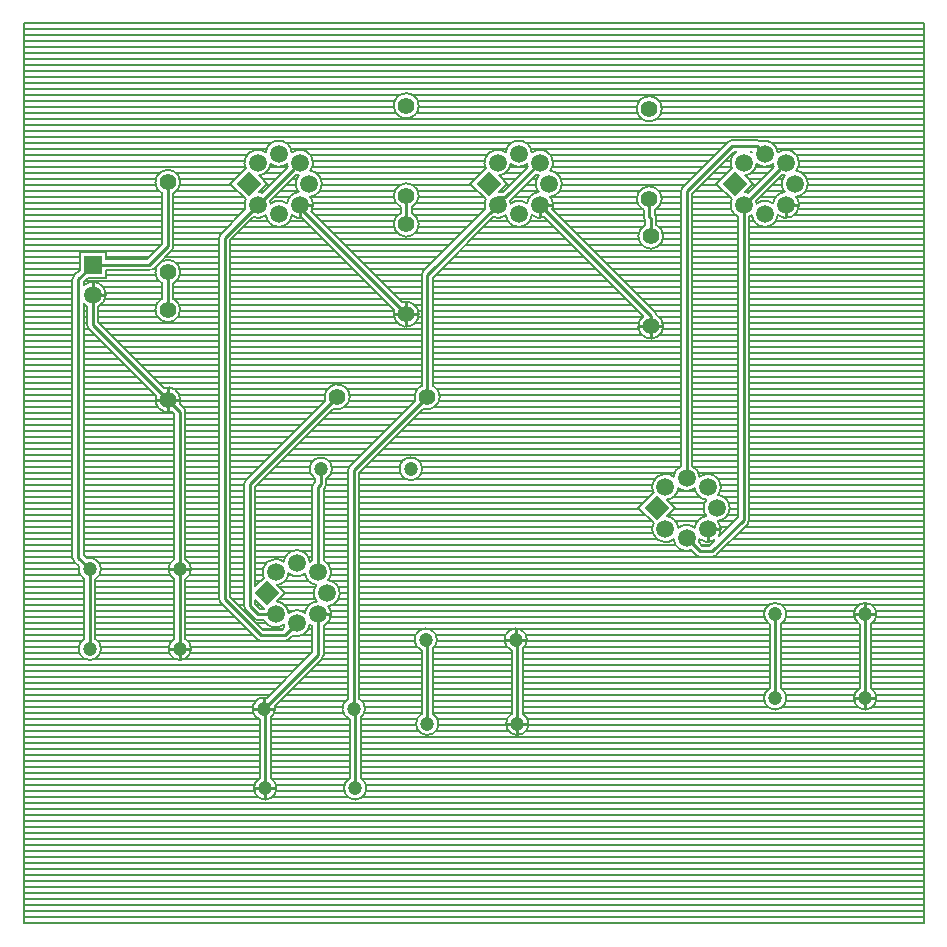
<source format=gtl>
G04*
G04 #@! TF.GenerationSoftware,Altium Limited,Altium Designer,22.1.2 (22)*
G04*
G04 Layer_Physical_Order=1*
G04 Layer_Color=255*
%FSLAX24Y24*%
%MOIN*%
G70*
G04*
G04 #@! TF.SameCoordinates,BC38142E-7A5A-4D3A-873C-174696484D8D*
G04*
G04*
G04 #@! TF.FilePolarity,Positive*
G04*
G01*
G75*
%ADD11C,0.0100*%
%ADD19C,0.0080*%
%ADD20R,0.0591X0.0591*%
%ADD21C,0.0591*%
%ADD22C,0.0472*%
%ADD23P,0.0835X4X90.0*%
%ADD24C,0.0591*%
%ADD25C,0.0551*%
D11*
X25407Y23943D02*
X25802D01*
X25407Y23548D02*
Y23943D01*
X17207D02*
X17602D01*
X17207Y23548D02*
Y23943D01*
X20900Y19900D02*
X21276D01*
X20524D02*
X20900D01*
Y19524D02*
Y19900D01*
X12750Y20300D02*
Y20676D01*
Y19924D02*
Y20300D01*
X12374D02*
X12750D01*
X13126D01*
X28050Y10300D02*
Y10636D01*
X22800Y13136D02*
X23195D01*
X22800Y12741D02*
Y13136D01*
X27714Y10300D02*
X28050D01*
X28386D01*
X28050Y7500D02*
X28386D01*
X27714D02*
X28050D01*
Y7164D02*
Y7500D01*
X16400Y9450D02*
Y9786D01*
Y9450D02*
X16736D01*
X16064D02*
X16400D01*
X16450Y6650D02*
X16786D01*
X16450Y6314D02*
Y6650D01*
X16114D02*
X16450D01*
X9207Y23548D02*
Y23943D01*
X9602D01*
X2300Y20950D02*
Y21345D01*
Y20950D02*
X2695D01*
X4800Y17450D02*
X5176D01*
X4800D02*
Y17826D01*
X4424Y17450D02*
X4800D01*
Y17074D02*
Y17450D01*
X9807Y10293D02*
X10202D01*
X8000Y7150D02*
Y7486D01*
Y7150D02*
X8336D01*
X8050Y4500D02*
X8386D01*
X7714D02*
X8050D01*
Y4164D02*
Y4500D01*
X7664Y7150D02*
X8000D01*
X4864Y11800D02*
X5200D01*
X5536D01*
X5200Y9150D02*
X5536D01*
X4864D02*
X5200D01*
Y8814D02*
Y9150D01*
X9207Y23843D02*
X12750Y20300D01*
X9207Y23843D02*
Y23943D01*
X8050Y4500D02*
Y7100D01*
X8000Y7150D02*
X8050Y7100D01*
X11000Y7150D02*
X11050Y7100D01*
Y4500D02*
Y7100D01*
X13450Y6650D02*
Y9400D01*
X13400Y9450D02*
X13450Y9400D01*
X16400Y9450D02*
X16450Y9400D01*
Y6650D02*
Y9400D01*
X7807Y10293D02*
X8393D01*
X7532Y10568D02*
X7807Y10293D01*
X7532Y10568D02*
Y14632D01*
X6700Y10800D02*
X7900Y9600D01*
X6700Y22850D02*
X7793Y23943D01*
X6700Y10800D02*
Y22850D01*
X7532Y14632D02*
X10450Y17550D01*
X25200Y25150D02*
Y25357D01*
X15793Y24200D02*
X16050D01*
X9000Y25150D02*
Y25357D01*
X2300Y19950D02*
X4800Y17450D01*
X2300Y19950D02*
Y20950D01*
X5200Y11800D02*
Y17050D01*
X4800Y17450D02*
X5200Y17050D01*
X1810Y21460D02*
X2300Y21950D01*
X1810Y12190D02*
Y21460D01*
Y12190D02*
X2200Y11800D01*
X24440Y25910D02*
X24700Y25650D01*
X23600Y25910D02*
X24440D01*
X22093Y24403D02*
X23600Y25910D01*
X22093Y14843D02*
Y24403D01*
X11000Y15100D02*
X13450Y17550D01*
X11000Y7150D02*
Y15100D01*
X8700Y9600D02*
X9100Y10000D01*
X7900Y9600D02*
X8700D01*
X15793Y23943D02*
Y24200D01*
X16050D02*
X17207Y25357D01*
X13450Y21600D02*
X15793Y23943D01*
X13450Y17550D02*
Y21600D01*
X25200Y25357D02*
X25407D01*
X23993Y23943D02*
X25200Y25150D01*
X9000Y25357D02*
X9207D01*
X7793Y23943D02*
X9000Y25150D01*
X20900Y19900D02*
Y20250D01*
X17207Y23943D02*
X20900Y20250D01*
X4800Y22560D02*
Y24700D01*
X4190Y21950D02*
X4800Y22560D01*
X2300Y21950D02*
X4190D01*
X9807Y8957D02*
Y10293D01*
X8000Y7150D02*
X9807Y8957D01*
X9900Y14637D02*
Y15150D01*
X9807Y14544D02*
X9900Y14637D01*
X9807Y11707D02*
Y14544D01*
X23993Y13457D02*
Y23943D01*
X22936Y12400D02*
X23993Y13457D01*
X22536Y12400D02*
X22936D01*
X22093Y12843D02*
X22536Y12400D01*
X28050Y7500D02*
Y10300D01*
X5200Y9150D02*
Y11800D01*
X4800Y20450D02*
Y21700D01*
X12750Y23300D02*
Y24250D01*
X20850Y23550D02*
Y24150D01*
Y23550D02*
X20900Y23500D01*
Y22900D02*
Y23500D01*
X2200Y9150D02*
Y11800D01*
X25050Y7500D02*
Y10300D01*
D19*
X25745Y25083D02*
G03*
X25842Y25357I-338J274D01*
G01*
D02*
G03*
X25133Y25695I-435J0D01*
G01*
X25265Y24946D02*
G03*
X25362Y24924I143J411D01*
G01*
X24556Y26061D02*
G03*
X24440Y26100I-116J-151D01*
G01*
X24556Y26061D02*
G03*
X24440Y26100I-116J-151D01*
G01*
X25133Y25695D02*
G03*
X24556Y26061I-433J-45D01*
G01*
X24267Y25695D02*
G03*
X24233Y25720I-274J-338D01*
G01*
X24974Y25312D02*
G03*
X24996Y25215I433J45D01*
G01*
X24426Y25312D02*
G03*
X24974Y25312I274J338D01*
G01*
X25745Y24217D02*
G03*
X26135Y24650I-45J433D01*
G01*
D02*
G03*
X25745Y25083I-435J0D01*
G01*
X25842Y23943D02*
G03*
X25745Y24217I-435J0D01*
G01*
X25133Y23605D02*
G03*
X25842Y23943I274J338D01*
G01*
X25362Y24924D02*
G03*
X25362Y24376I338J-274D01*
G01*
D02*
G03*
X24974Y23988I45J-433D01*
G01*
X24426Y23988D02*
G03*
X24404Y24085I-433J-45D01*
G01*
X24974Y23988D02*
G03*
X24426Y23988I-274J-338D01*
G01*
X23600Y26100D02*
G03*
X23465Y26044I0J-190D01*
G01*
X24041Y24925D02*
G03*
X24426Y25312I-48J433D01*
G01*
X23753Y25720D02*
G03*
X23601Y25167I240J-363D01*
G01*
X23600Y26100D02*
G03*
X23466Y26044I0J-190D01*
G01*
X24135Y24354D02*
G03*
X24041Y24376I-143J-411D01*
G01*
X23601Y24133D02*
G03*
X23803Y23551I392J-190D01*
G01*
X21959Y24537D02*
G03*
X21903Y24403I134J-134D01*
G01*
X21959Y24538D02*
G03*
X21903Y24403I134J-135D01*
G01*
X24267Y23605D02*
G03*
X25133Y23605I433J45D01*
G01*
X24183Y23551D02*
G03*
X24267Y23605I-190J392D01*
G01*
X21266Y27150D02*
G03*
X21266Y27150I-416J0D01*
G01*
X17935Y24650D02*
G03*
X17545Y25083I-435J0D01*
G01*
D02*
G03*
X17642Y25357I-338J274D01*
G01*
X17545Y24217D02*
G03*
X17935Y24650I-45J433D01*
G01*
X17618Y23800D02*
G03*
X17642Y23943I-411J143D01*
G01*
D02*
G03*
X17545Y24217I-435J0D01*
G01*
X17642Y25357D02*
G03*
X16933Y25695I-435J0D01*
G01*
X17065Y24946D02*
G03*
X17162Y24924I143J411D01*
G01*
D02*
G03*
X17162Y24376I338J-274D01*
G01*
X16774Y25312D02*
G03*
X16796Y25215I433J45D01*
G01*
X17162Y24376D02*
G03*
X16774Y23988I45J-433D01*
G01*
X21090Y23500D02*
G03*
X21040Y23628I-190J0D01*
G01*
Y23780D02*
G03*
X21266Y24150I-190J370D01*
G01*
D02*
G03*
X20660Y23780I-416J0D01*
G01*
X21316Y22900D02*
G03*
X21090Y23270I-416J0D01*
G01*
Y23500D02*
G03*
X21040Y23628I-190J0D01*
G01*
X16933Y23605D02*
G03*
X17350Y23532I274J338D01*
G01*
X20660Y23550D02*
G03*
X20710Y23422I190J0D01*
G01*
X20660Y23550D02*
G03*
X20710Y23422I190J0D01*
G01*
X16933Y25695D02*
G03*
X16067Y25695I-433J-45D01*
G01*
X16226Y25312D02*
G03*
X16774Y25312I274J338D01*
G01*
X15841Y24925D02*
G03*
X16226Y25312I-48J433D01*
G01*
X16067Y25695D02*
G03*
X15401Y25167I-274J-338D01*
G01*
X13166Y27250D02*
G03*
X13166Y27250I-416J0D01*
G01*
X16226Y23988D02*
G03*
X16204Y24085I-433J-45D01*
G01*
X16774Y23988D02*
G03*
X16226Y23988I-274J-338D01*
G01*
X15401Y24133D02*
G03*
X15382Y23800I392J-190D01*
G01*
X15650Y23532D02*
G03*
X16067Y23605I143J411D01*
G01*
D02*
G03*
X16933Y23605I433J45D01*
G01*
X12940Y23880D02*
G03*
X13166Y24250I-190J370D01*
G01*
D02*
G03*
X12560Y23880I-416J0D01*
G01*
X13166Y23300D02*
G03*
X12940Y23670I-416J0D01*
G01*
X12560D02*
G03*
X13166Y23300I190J-370D01*
G01*
X20710Y23270D02*
G03*
X21316Y22900I190J-370D01*
G01*
Y19900D02*
G03*
X21089Y20270I-416J0D01*
G01*
X20650Y20232D02*
G03*
X21316Y19900I250J-332D01*
G01*
X21089Y20270D02*
G03*
X21034Y20384I-189J-20D01*
G01*
X21089Y20270D02*
G03*
X21034Y20385I-189J-20D01*
G01*
X13316Y21735D02*
G03*
X13260Y21600I134J-135D01*
G01*
X13316Y21734D02*
G03*
X13260Y21600I134J-134D01*
G01*
X13866Y17550D02*
G03*
X13640Y17920I-416J0D01*
G01*
X13260D02*
G03*
X13054Y17423I190J-370D01*
G01*
X13166Y20300D02*
G03*
X12623Y20696I-416J0D01*
G01*
X12354Y20427D02*
G03*
X13166Y20300I396J-127D01*
G01*
X10866Y17550D02*
G03*
X10054Y17423I-416J0D01*
G01*
X28426Y10300D02*
G03*
X27860Y9975I-376J0D01*
G01*
X24127Y13323D02*
G03*
X24183Y13457I-134J134D01*
G01*
X24127Y13322D02*
G03*
X24183Y13457I-134J135D01*
G01*
X25426Y10300D02*
G03*
X24860Y9975I-376J0D01*
G01*
X23138Y14276D02*
G03*
X23235Y14550I-338J274D01*
G01*
D02*
G03*
X22526Y14888I-435J0D01*
G01*
X23528Y13843D02*
G03*
X23138Y14276I-435J0D01*
G01*
X23138Y13410D02*
G03*
X23528Y13843I-45J433D01*
G01*
X23235Y13136D02*
G03*
X23138Y13410I-435J0D01*
G01*
X22755Y13569D02*
G03*
X22367Y13181I45J-433D01*
G01*
X23164Y12897D02*
G03*
X23235Y13136I-364J239D01*
G01*
X22526Y12798D02*
G03*
X23039Y12772I274J338D01*
G01*
X22936Y12210D02*
G03*
X23070Y12266I0J190D01*
G01*
X22936Y12210D02*
G03*
X23070Y12266I0J190D01*
G01*
X25240Y9975D02*
G03*
X25426Y10300I-190J325D01*
G01*
X28240Y9975D02*
G03*
X28426Y10300I-190J325D01*
G01*
Y7500D02*
G03*
X28240Y7825I-376J0D01*
G01*
X27860D02*
G03*
X28426Y7500I190J-325D01*
G01*
X25426D02*
G03*
X25240Y7825I-376J0D01*
G01*
X24860D02*
G03*
X25426Y7500I190J-325D01*
G01*
X22526Y14888D02*
G03*
X22283Y15235I-433J-45D01*
G01*
X21903D02*
G03*
X21660Y14888I190J-392D01*
G01*
X21819Y14505D02*
G03*
X22367Y14505I274J338D01*
G01*
X13323Y17154D02*
G03*
X13866Y17550I127J396D01*
G01*
X13276Y15150D02*
G03*
X13276Y15150I-376J0D01*
G01*
X22367Y14505D02*
G03*
X22755Y14117I433J45D01*
G01*
D02*
G03*
X22755Y13569I338J-274D01*
G01*
X22504Y12700D02*
G03*
X22526Y12798I-411J143D01*
G01*
X21434Y14117D02*
G03*
X21819Y14505I-48J433D01*
G01*
X21660Y14888D02*
G03*
X20994Y14360I-274J-338D01*
G01*
X22367Y13181D02*
G03*
X21819Y13181I-274J-338D01*
G01*
D02*
G03*
X21434Y13568I-433J-45D01*
G01*
X21660Y12798D02*
G03*
X22235Y12432I433J45D01*
G01*
X20994Y13326D02*
G03*
X21660Y12798I392J-190D01*
G01*
X10866Y15235D02*
G03*
X10810Y15100I134J-135D01*
G01*
X10866Y15234D02*
G03*
X10810Y15100I134J-134D01*
G01*
X10323Y17154D02*
G03*
X10866Y17550I127J396D01*
G01*
X10090Y14825D02*
G03*
X10276Y15150I-190J325D01*
G01*
X10034Y14502D02*
G03*
X10090Y14637I-134J134D01*
G01*
X10034Y14502D02*
G03*
X10090Y14637I-134J135D01*
G01*
X22401Y12266D02*
G03*
X22536Y12210I135J134D01*
G01*
X22401Y12266D02*
G03*
X22536Y12210I134J134D01*
G01*
X16776Y9450D02*
G03*
X16260Y9101I-376J0D01*
G01*
X16640Y9160D02*
G03*
X16776Y9450I-240J290D01*
G01*
X13640Y9160D02*
G03*
X13776Y9450I-240J290D01*
G01*
D02*
G03*
X13260Y9101I-376J0D01*
G01*
X16826Y6650D02*
G03*
X16640Y6975I-376J0D01*
G01*
X16260D02*
G03*
X16826Y6650I190J-325D01*
G01*
X13826D02*
G03*
X13640Y6975I-376J0D01*
G01*
X13260D02*
G03*
X13826Y6650I190J-325D01*
G01*
X10145Y11433D02*
G03*
X10242Y11707I-338J274D01*
G01*
X10145Y10567D02*
G03*
X10535Y11000I-45J433D01*
G01*
X10242Y10293D02*
G03*
X10145Y10567I-435J0D01*
G01*
X10535Y11000D02*
G03*
X10145Y11433I-435J0D01*
G01*
X9997Y9901D02*
G03*
X10242Y10293I-190J392D01*
G01*
X11240Y6860D02*
G03*
X11376Y7150I-240J290D01*
G01*
D02*
G03*
X11190Y7475I-376J0D01*
G01*
X10810D02*
G03*
X10860Y6801I190J-325D01*
G01*
X11426Y4500D02*
G03*
X11240Y4825I-376J0D01*
G01*
X10860D02*
G03*
X11426Y4500I190J-325D01*
G01*
X9545Y25083D02*
G03*
X9642Y25357I-338J274D01*
G01*
D02*
G03*
X8933Y25695I-435J0D01*
G01*
X9935Y24650D02*
G03*
X9545Y25083I-435J0D01*
G01*
X8774Y25312D02*
G03*
X8796Y25215I433J45D01*
G01*
X8226Y25312D02*
G03*
X8774Y25312I274J338D01*
G01*
X8933Y25695D02*
G03*
X8067Y25695I-433J-45D01*
G01*
X9065Y24946D02*
G03*
X9162Y24924I143J411D01*
G01*
X9545Y24217D02*
G03*
X9935Y24650I-45J433D01*
G01*
X9642Y23943D02*
G03*
X9545Y24217I-435J0D01*
G01*
X9587Y23731D02*
G03*
X9642Y23943I-380J212D01*
G01*
X8933Y23605D02*
G03*
X9269Y23512I274J338D01*
G01*
X9162Y24924D02*
G03*
X9162Y24376I338J-274D01*
G01*
X8774Y23988D02*
G03*
X8226Y23988I-274J-338D01*
G01*
X9162Y24376D02*
G03*
X8774Y23988I45J-433D01*
G01*
X8226Y23988D02*
G03*
X8204Y24085I-433J-45D01*
G01*
X8067Y23605D02*
G03*
X8933Y23605I433J45D01*
G01*
X7841Y24925D02*
G03*
X8226Y25312I-48J433D01*
G01*
X8067Y25695D02*
G03*
X7401Y25167I-274J-338D01*
G01*
X7935Y24354D02*
G03*
X7841Y24376I-143J-411D01*
G01*
X7401Y24133D02*
G03*
X7382Y23800I392J-190D01*
G01*
X7650Y23532D02*
G03*
X8067Y23605I143J411D01*
G01*
X10276Y15150D02*
G03*
X9710Y14825I-376J0D01*
G01*
X6566Y22985D02*
G03*
X6510Y22850I134J-135D01*
G01*
X6566Y22984D02*
G03*
X6510Y22850I134J-134D01*
G01*
X4990Y24330D02*
G03*
X5216Y24700I-190J370D01*
G01*
D02*
G03*
X4610Y24330I-416J0D01*
G01*
X4934Y22426D02*
G03*
X4990Y22560I-134J134D01*
G01*
X4934Y22425D02*
G03*
X4990Y22560I-134J135D01*
G01*
X4190Y21760D02*
G03*
X4325Y21816I0J190D01*
G01*
X4190Y21760D02*
G03*
X4324Y21816I0J190D01*
G01*
X4990Y21330D02*
G03*
X5216Y21700I-190J370D01*
G01*
D02*
G03*
X4610Y21330I-416J0D01*
G01*
X5216Y20450D02*
G03*
X4990Y20820I-416J0D01*
G01*
X4610D02*
G03*
X5216Y20450I190J-370D01*
G01*
X2490Y20558D02*
G03*
X2735Y20950I-190J392D01*
G01*
D02*
G03*
X2000Y21265I-435J0D01*
G01*
Y20635D02*
G03*
X2110Y20558I300J315D01*
G01*
X1676Y21595D02*
G03*
X1620Y21460I134J-135D01*
G01*
X1676Y21594D02*
G03*
X1620Y21460I134J-134D01*
G01*
X2110Y19950D02*
G03*
X2166Y19816I190J0D01*
G01*
X2110Y19950D02*
G03*
X2166Y19815I190J0D01*
G01*
X5196Y17323D02*
G03*
X5216Y17450I-396J127D01*
G01*
D02*
G03*
X4673Y17846I-416J0D01*
G01*
X5390Y17050D02*
G03*
X5334Y17184I-190J0D01*
G01*
X5390Y17050D02*
G03*
X5334Y17185I-190J0D01*
G01*
X4404Y17577D02*
G03*
X4927Y17054I396J-127D01*
G01*
X9673Y14678D02*
G03*
X9617Y14544I134J-135D01*
G01*
X9673Y14678D02*
G03*
X9617Y14544I134J-134D01*
G01*
X10242Y11707D02*
G03*
X9997Y12099I-435J0D01*
G01*
X9374Y11662D02*
G03*
X9762Y11274I433J45D01*
G01*
X9617Y12099D02*
G03*
X9533Y12045I190J-392D01*
G01*
D02*
G03*
X8667Y12045I-433J-45D01*
G01*
X8826Y11662D02*
G03*
X9374Y11662I274J338D01*
G01*
X9762Y11274D02*
G03*
X9762Y10726I338J-274D01*
G01*
D02*
G03*
X9374Y10338I45J-433D01*
G01*
X9533Y9955D02*
G03*
X9617Y9901I274J338D01*
G01*
X9374Y10338D02*
G03*
X8826Y10338I-274J-338D01*
G01*
X8957Y9589D02*
G03*
X9533Y9955I143J411D01*
G01*
X8700Y9410D02*
G03*
X8835Y9466I0J190D01*
G01*
X8700Y9410D02*
G03*
X8834Y9466I0J190D01*
G01*
X8667Y9955D02*
G03*
X8689Y9857I433J45D01*
G01*
X8667Y12045D02*
G03*
X8001Y11517I-274J-338D01*
G01*
X8826Y10338D02*
G03*
X8441Y10726I-433J-45D01*
G01*
X8441Y11275D02*
G03*
X8826Y11662I-48J433D01*
G01*
X8001Y10103D02*
G03*
X8667Y9955I392J190D01*
G01*
X7765Y9466D02*
G03*
X7900Y9410I135J134D01*
G01*
X7766Y9466D02*
G03*
X7900Y9410I134J134D01*
G01*
X9941Y8822D02*
G03*
X9997Y8957I-134J135D01*
G01*
X9941Y8823D02*
G03*
X9997Y8957I-134J134D01*
G01*
X8376Y7150D02*
G03*
X8364Y7245I-376J0D01*
G01*
X8240Y6860D02*
G03*
X8376Y7150I-240J290D01*
G01*
X8426Y4500D02*
G03*
X8240Y4825I-376J0D01*
G01*
X7860D02*
G03*
X8426Y4500I190J-325D01*
G01*
X8095Y7514D02*
G03*
X7860Y6801I-95J-364D01*
G01*
X7398Y14767D02*
G03*
X7342Y14632I134J-135D01*
G01*
X7398Y14767D02*
G03*
X7342Y14632I134J-134D01*
G01*
X5576Y11800D02*
G03*
X5390Y12125I-376J0D01*
G01*
X5010D02*
G03*
X5010Y11475I190J-325D01*
G01*
X2576Y11800D02*
G03*
X2105Y12164I-376J0D01*
G01*
X1836Y11895D02*
G03*
X2010Y11475I364J-95D01*
G01*
X1620Y12190D02*
G03*
X1676Y12055I190J0D01*
G01*
X1620Y12190D02*
G03*
X1676Y12056I190J0D01*
G01*
X7342Y10568D02*
G03*
X7398Y10433I190J0D01*
G01*
X7342Y10568D02*
G03*
X7398Y10433I190J0D01*
G01*
X5390Y11475D02*
G03*
X5576Y11800I-190J325D01*
G01*
X6510Y10800D02*
G03*
X6566Y10666I190J0D01*
G01*
X6510Y10800D02*
G03*
X6566Y10665I190J0D01*
G01*
X7673Y10159D02*
G03*
X7807Y10103I134J134D01*
G01*
X7672Y10159D02*
G03*
X7807Y10103I135J134D01*
G01*
X5576Y9150D02*
G03*
X5390Y9475I-376J0D01*
G01*
X5010D02*
G03*
X5576Y9150I190J-325D01*
G01*
X2390Y11475D02*
G03*
X2576Y11800I-190J325D01*
G01*
Y9150D02*
G03*
X2390Y9475I-376J0D01*
G01*
X2010D02*
G03*
X2576Y9150I190J-325D01*
G01*
X25840Y25400D02*
X30000D01*
X25768Y25600D02*
X30000D01*
X25109Y25800D02*
X30000D01*
X24959Y26000D02*
X30000D01*
X25959Y25000D02*
X30000D01*
X25813Y25200D02*
X30000D01*
X26109Y24800D02*
X30000D01*
X25119D02*
X25291D01*
X24233Y25720D02*
X24270D01*
X24399Y25200D02*
X24981D01*
X24242Y25000D02*
X24781D01*
X24166Y24800D02*
X24581D01*
X26056Y24400D02*
X30000D01*
X26132Y24600D02*
X30000D01*
X25758Y24200D02*
X30000D01*
X25839Y24000D02*
X30000D01*
X25818Y23800D02*
X30000D01*
X24919Y24600D02*
X25268D01*
X24404Y24085D02*
X25265Y24946D01*
X24266Y24600D02*
X24381D01*
X24135Y24354D02*
X24996Y25215D01*
X24719Y24400D02*
X25344D01*
X24519Y24200D02*
X25056D01*
X21238Y27000D02*
X30000D01*
X21263Y27200D02*
X30000D01*
X21182Y27400D02*
X30000D01*
X12974Y27600D02*
X30000D01*
X21074Y26800D02*
X30000D01*
X23600Y26100D02*
X24440D01*
X23679Y25720D02*
X23753D01*
X23559Y25600D02*
X23632D01*
X17568D02*
X23021D01*
X17640Y25400D02*
X22821D01*
X16759Y26000D02*
X23421D01*
X16909Y25800D02*
X23221D01*
X23159Y25200D02*
X23587D01*
X23359Y25400D02*
X23560D01*
X22959Y25000D02*
X23434D01*
X17613Y25200D02*
X22621D01*
X17759Y25000D02*
X22421D01*
X24041Y24376D02*
X24316Y24650D01*
X24041Y24925D02*
X24316Y24650D01*
X23084D02*
X23601Y24133D01*
X23084Y24650D02*
X23601Y25167D01*
X22283Y24324D02*
X23679Y25720D01*
X24066Y24400D02*
X24181D01*
X22283Y24000D02*
X23561D01*
X22283Y23800D02*
X23582D01*
X22759Y24800D02*
X23234D01*
X22559Y24600D02*
X23134D01*
X21959Y24538D02*
X23465Y26044D01*
X17909Y24800D02*
X22221D01*
X17932Y24600D02*
X22021D01*
X22359Y24400D02*
X23334D01*
X22283Y24200D02*
X23534D01*
X21263D02*
X21903D01*
X24183Y21800D02*
X30000D01*
X24183Y22000D02*
X30000D01*
X24183Y21600D02*
X30000D01*
X24183Y22400D02*
X30000D01*
X24183Y22600D02*
X30000D01*
X24183Y22200D02*
X30000D01*
X24183Y20800D02*
X30000D01*
X24183Y21000D02*
X30000D01*
X24183Y20600D02*
X30000D01*
X24183Y21400D02*
X30000D01*
X24183Y21200D02*
X30000D01*
X25056Y23400D02*
X30000D01*
X25675Y23600D02*
X30000D01*
X24183Y23400D02*
X24344D01*
X24183Y23000D02*
X30000D01*
X24183Y23200D02*
X30000D01*
X24183Y22800D02*
X30000D01*
X22283Y23000D02*
X23803D01*
X22283Y21200D02*
X23803D01*
X24183Y18600D02*
X30000D01*
X24183Y18800D02*
X30000D01*
X24183Y18400D02*
X30000D01*
X24183Y19200D02*
X30000D01*
X24183Y19000D02*
X30000D01*
X24183Y17600D02*
X30000D01*
X24183Y17800D02*
X30000D01*
X24183Y17400D02*
X30000D01*
X24183Y18200D02*
X30000D01*
X24183Y18000D02*
X30000D01*
X24183Y19800D02*
X30000D01*
X24183Y20000D02*
X30000D01*
X24183Y19600D02*
X30000D01*
X24183Y20400D02*
X30000D01*
X24183Y20200D02*
X30000D01*
X24183Y19400D02*
X30000D01*
X22283Y17600D02*
X23803D01*
X22283Y17400D02*
X23803D01*
X22283Y18400D02*
X23803D01*
X22283Y17800D02*
X23803D01*
X22283Y22000D02*
X23803D01*
X22283Y22200D02*
X23803D01*
X22283Y21800D02*
X23803D01*
X22283Y22600D02*
X23803D01*
X22283Y22800D02*
X23803D01*
X22283Y22400D02*
X23803D01*
X22283Y20800D02*
X23803D01*
X22283Y21000D02*
X23803D01*
X22283Y20600D02*
X23803D01*
X22283Y21600D02*
X23803D01*
X22283Y21400D02*
X23803D01*
X22283Y23400D02*
X23803D01*
X22283Y23600D02*
X23725D01*
X22283Y23200D02*
X23803D01*
X21090Y23400D02*
X21903D01*
X21188Y23200D02*
X21903D01*
X21303Y22800D02*
X21903D01*
X21303Y23000D02*
X21903D01*
X20419Y21000D02*
X21903D01*
X19619Y21800D02*
X21903D01*
X19819Y21600D02*
X21903D01*
X22283Y19400D02*
X23803D01*
X22283Y19600D02*
X23803D01*
X22283Y19200D02*
X23803D01*
X22283Y20000D02*
X23803D01*
X22283Y19800D02*
X23803D01*
X22283Y18200D02*
X23803D01*
X22283Y18600D02*
X23803D01*
X22283Y18000D02*
X23803D01*
X22283Y19000D02*
X23803D01*
X22283Y18800D02*
X23803D01*
X22283Y20200D02*
X23803D01*
X22283Y20400D02*
X23803D01*
X13640Y18600D02*
X21903D01*
X13640Y19000D02*
X21903D01*
X13640Y18800D02*
X21903D01*
X13782Y17800D02*
X21903D01*
X13640Y18000D02*
X21903D01*
X13838Y17400D02*
X21903D01*
X13640Y18400D02*
X21903D01*
X13640Y18200D02*
X21903D01*
X17856Y24400D02*
X20518D01*
X21182D02*
X21903D01*
X21238Y24000D02*
X21903D01*
X17639D02*
X20462D01*
X17558Y24200D02*
X20437D01*
X16919Y24800D02*
X17091D01*
X16719Y24600D02*
X17068D01*
X16519Y24400D02*
X17144D01*
X16319Y24200D02*
X16856D01*
X21074Y23800D02*
X21903D01*
X21040Y23628D02*
Y23780D01*
X17618Y23800D02*
X21034Y20385D01*
X21062Y23600D02*
X21903D01*
X21090Y23270D02*
Y23500D01*
X20710Y23270D02*
Y23422D01*
X17819Y23600D02*
X20660D01*
X17619Y23800D02*
X20626D01*
X20660Y23550D02*
Y23780D01*
X18019Y23400D02*
X20710D01*
X16856D02*
X17481D01*
X17350Y23532D02*
X20650Y20232D01*
X13138Y27400D02*
X20518D01*
X13163Y27200D02*
X20437D01*
X13082Y27000D02*
X20462D01*
X16199Y25200D02*
X16781D01*
X16042Y25000D02*
X16581D01*
X16066Y24600D02*
X16181D01*
X15966Y24800D02*
X16381D01*
X15971Y24390D02*
X16796Y25215D01*
X15841Y24925D02*
X16116Y24650D01*
X15856Y24390D02*
X16116Y24650D01*
X14884D02*
X15401Y25167D01*
X15866Y24400D02*
X15981D01*
X15856Y24390D02*
X15971D01*
X13163Y24200D02*
X15334D01*
X12974Y24600D02*
X14934D01*
X13138Y24400D02*
X15134D01*
X16204Y24085D02*
X17065Y24946D01*
X14884Y24650D02*
X15401Y24133D01*
X15519Y23400D02*
X16144D01*
X13316Y21735D02*
X15382Y23800D01*
X13640Y21521D02*
X15650Y23532D01*
X13082Y24000D02*
X15361D01*
X12940Y23670D02*
Y23880D01*
X12560Y23670D02*
Y23880D01*
X13038Y23600D02*
X15181D01*
X13153Y23400D02*
X14981D01*
X12940Y23800D02*
X15381D01*
X21188Y22600D02*
X21903D01*
X18819D02*
X20612D01*
X18219Y23200D02*
X20612D01*
X18419Y23000D02*
X20497D01*
X18619Y22800D02*
X20497D01*
X20019Y21400D02*
X21903D01*
X19419Y22000D02*
X21903D01*
X20219Y21200D02*
X21903D01*
X19019Y22400D02*
X21903D01*
X19219Y22200D02*
X21903D01*
X15119Y23000D02*
X17881D01*
X15319Y23200D02*
X17681D01*
X14919Y22800D02*
X18081D01*
X14719Y22600D02*
X18281D01*
X14519Y22400D02*
X18481D01*
X14119Y22000D02*
X18881D01*
X14319Y22200D02*
X18681D01*
X13919Y21800D02*
X19081D01*
X13719Y21600D02*
X19281D01*
X13640Y20800D02*
X20081D01*
X21019Y20400D02*
X21903D01*
X20819Y20600D02*
X21903D01*
X20619Y20800D02*
X21903D01*
X21303Y19800D02*
X21903D01*
X21303Y20000D02*
X21903D01*
X21188Y19600D02*
X21903D01*
X21188Y20200D02*
X21903D01*
X13863Y17600D02*
X21903D01*
X13640Y20200D02*
X20612D01*
X13640Y20600D02*
X20281D01*
X13640Y20400D02*
X20481D01*
X13640Y20000D02*
X20497D01*
X13640Y19600D02*
X20612D01*
X13153Y23200D02*
X14781D01*
X13038Y23000D02*
X14581D01*
X11119Y22200D02*
X13781D01*
X10519Y22800D02*
X14381D01*
X10719Y22600D02*
X14181D01*
X10919Y22400D02*
X13981D01*
X13640Y21200D02*
X19681D01*
X13640Y21400D02*
X19481D01*
X13640Y21000D02*
X19881D01*
X11319Y22000D02*
X13581D01*
X11519Y21800D02*
X13381D01*
X11719Y21600D02*
X13260D01*
X10119Y23200D02*
X12347D01*
X10319Y23000D02*
X12462D01*
X12519Y20800D02*
X13260D01*
X12319Y21000D02*
X13260D01*
X13038Y20600D02*
X13260D01*
X11919Y21400D02*
X13260D01*
X12119Y21200D02*
X13260D01*
Y17920D02*
Y21600D01*
X13153Y20200D02*
X13260D01*
X13640Y17920D02*
Y21521D01*
X13153Y20400D02*
X13260D01*
X13038Y20000D02*
X13260D01*
X13640Y19200D02*
X21903D01*
X13640Y19400D02*
X21903D01*
X13640Y19800D02*
X20497D01*
X10863Y17600D02*
X13037D01*
X10838Y17400D02*
X13031D01*
X10782Y17800D02*
X13118D01*
X24183Y15200D02*
X30000D01*
X24183Y15400D02*
X30000D01*
X24183Y15000D02*
X30000D01*
X24183Y15800D02*
X30000D01*
X24183Y16000D02*
X30000D01*
X24183Y15600D02*
X30000D01*
X24183Y14200D02*
X30000D01*
X24183Y14400D02*
X30000D01*
X24183Y14000D02*
X30000D01*
X24183Y14800D02*
X30000D01*
X24183Y14600D02*
X30000D01*
X24183Y16600D02*
X30000D01*
X24183Y16800D02*
X30000D01*
X24183Y16400D02*
X30000D01*
X24183Y17200D02*
X30000D01*
X24183Y17000D02*
X30000D01*
X24183Y16200D02*
X30000D01*
X23342Y14200D02*
X23803D01*
X23499Y14000D02*
X23803D01*
X23232Y14600D02*
X23803D01*
X23209Y14400D02*
X23803D01*
X24183Y13600D02*
X30000D01*
X24183Y13800D02*
X30000D01*
Y0D02*
Y30000D01*
X24004Y13200D02*
X30000D01*
X24174Y13400D02*
X30000D01*
X23805Y13000D02*
X30000D01*
X23605Y12800D02*
X30000D01*
X23405Y12600D02*
X30000D01*
X23205Y12400D02*
X30000D01*
X24183Y13457D02*
Y23551D01*
X23803Y13536D02*
Y23551D01*
X23526Y13800D02*
X23803D01*
X23454Y13600D02*
X23803D01*
X25277Y10600D02*
X27823D01*
X23231Y13200D02*
X23467D01*
X23214Y13000D02*
X23267D01*
X22283Y16000D02*
X23803D01*
X22283Y16200D02*
X23803D01*
X22283Y15800D02*
X23803D01*
X22283Y16600D02*
X23803D01*
X22283Y16800D02*
X23803D01*
X22283Y16400D02*
X23803D01*
X22499Y15000D02*
X23803D01*
X22342Y15200D02*
X23803D01*
X23156Y14800D02*
X23803D01*
X22283Y15600D02*
X23803D01*
X22283Y15400D02*
X23803D01*
X22283Y17200D02*
X23803D01*
X22283Y17000D02*
X23803D01*
X23146Y13400D02*
X23667D01*
X11190Y11800D02*
X30000D01*
X23070Y12266D02*
X24127Y13322D01*
X11190Y11600D02*
X30000D01*
X11190Y12200D02*
X30000D01*
X11190Y12000D02*
X30000D01*
X11190Y10800D02*
X30000D01*
X11190Y11000D02*
X30000D01*
X11190Y10600D02*
X24823D01*
X11190Y11400D02*
X30000D01*
X11190Y11200D02*
X30000D01*
X23164Y12897D02*
X23803Y13536D01*
X22857Y12590D02*
X23039Y12772D01*
X22615Y12590D02*
X22857D01*
X22604Y12600D02*
X22867D01*
X22536Y12210D02*
X22936D01*
X28413Y10200D02*
X30000D01*
X28413Y10400D02*
X30000D01*
X28277Y10000D02*
X30000D01*
X28240Y9600D02*
X30000D01*
X28240Y9800D02*
X30000D01*
X28240Y9400D02*
X30000D01*
X28240Y8600D02*
X30000D01*
X28240Y8800D02*
X30000D01*
X28240Y8400D02*
X30000D01*
X28240Y9200D02*
X30000D01*
X28240Y9000D02*
X30000D01*
X28277Y10600D02*
X30000D01*
X25413Y10400D02*
X27687D01*
X25277Y10000D02*
X27823D01*
X25413Y10200D02*
X27687D01*
X25240Y9000D02*
X27860D01*
X25240Y8400D02*
X27860D01*
X28240Y8000D02*
X30000D01*
X28240Y8200D02*
X30000D01*
X28240Y7825D02*
Y9975D01*
X28413Y7400D02*
X30000D01*
X28413Y7600D02*
X30000D01*
X28277Y7200D02*
X30000D01*
X28277Y7800D02*
X30000D01*
X27860Y7825D02*
Y9975D01*
X25277Y7800D02*
X27823D01*
X25240Y8200D02*
X27860D01*
X25240Y8000D02*
X27860D01*
X25413Y7400D02*
X27687D01*
X25413Y7600D02*
X27687D01*
X25277Y7200D02*
X27823D01*
X25240Y9400D02*
X27860D01*
X25240Y9600D02*
X27860D01*
X25240Y9200D02*
X27860D01*
X25240Y9800D02*
X27860D01*
X24860Y7825D02*
Y9975D01*
X25240Y7825D02*
Y9975D01*
Y8600D02*
X27860D01*
X25240Y8800D02*
X27860D01*
X16640Y8000D02*
X24860D01*
X16640Y8400D02*
X24860D01*
X16640Y8200D02*
X24860D01*
X16538Y9800D02*
X24860D01*
X11190Y10000D02*
X24823D01*
X16745Y9600D02*
X24860D01*
X11190Y10400D02*
X24687D01*
X11190Y10200D02*
X24687D01*
X16681Y9200D02*
X24860D01*
X16773Y9400D02*
X24860D01*
X16640Y8600D02*
X24860D01*
X16640Y9000D02*
X24860D01*
X16640Y8800D02*
X24860D01*
X11240Y5400D02*
X30000D01*
X11240Y5600D02*
X30000D01*
X11240Y5200D02*
X30000D01*
X11240Y6000D02*
X30000D01*
X11240Y5800D02*
X30000D01*
X11413Y4400D02*
X30000D01*
X11413Y4600D02*
X30000D01*
X11277Y4200D02*
X30000D01*
X11240Y5000D02*
X30000D01*
X11277Y4800D02*
X30000D01*
X16640Y7200D02*
X24823D01*
X16640Y7400D02*
X24687D01*
X16640Y7800D02*
X24823D01*
X16640Y7600D02*
X24687D01*
X16823Y6600D02*
X30000D01*
X16795Y6800D02*
X30000D01*
X16731Y6400D02*
X30000D01*
X16640Y7000D02*
X30000D01*
X11240Y6200D02*
X30000D01*
X21903Y15235D02*
Y24403D01*
X12569Y16400D02*
X21903D01*
X22283Y15235D02*
Y24324D01*
X12169Y16000D02*
X21903D01*
X12369Y16200D02*
X21903D01*
X11969Y15800D02*
X21903D01*
X11769Y15600D02*
X21903D01*
X13181Y15400D02*
X21903D01*
X13674Y17200D02*
X21903D01*
X13169Y17000D02*
X21903D01*
X12969Y16800D02*
X21903D01*
X12769Y16600D02*
X21903D01*
X13273Y15200D02*
X21844D01*
X13245Y15000D02*
X21687D01*
X13038Y14800D02*
X21029D01*
X11569Y15400D02*
X12619D01*
X21794Y14400D02*
X22391D01*
X21645Y14200D02*
X22541D01*
X21551Y14000D02*
X22687D01*
X21732Y13400D02*
X22454D01*
X22504Y12700D02*
X22615Y12590D01*
X21666Y13800D02*
X22660D01*
X21466Y13600D02*
X22732D01*
X21434Y14117D02*
X21708Y13843D01*
X20477D02*
X20994Y14360D01*
X20477Y13843D02*
X20994Y13326D01*
X21434Y13568D02*
X21708Y13843D01*
X10866Y15235D02*
X13054Y17423D01*
X11190Y15021D02*
X13323Y17154D01*
X10674Y17200D02*
X12831D01*
X10169Y17000D02*
X12631D01*
X10181Y15400D02*
X11031D01*
X11190Y14800D02*
X12762D01*
X11369Y15200D02*
X12527D01*
X11190Y14600D02*
X20953D01*
X11190Y15000D02*
X12555D01*
X10273Y15200D02*
X10838D01*
X10245Y15000D02*
X10810D01*
X10090Y14637D02*
Y14825D01*
X10086Y14600D02*
X10810D01*
X10090Y14800D02*
X10810D01*
X9997Y14465D02*
X10034Y14502D01*
X11190Y14000D02*
X20634D01*
X11190Y13800D02*
X20520D01*
X11190Y13600D02*
X20720D01*
X11190Y14400D02*
X20977D01*
X11190Y14200D02*
X20834D01*
X11190Y12800D02*
X21109D01*
X11190Y13000D02*
X20972D01*
X11190Y12600D02*
X21732D01*
X11190Y13400D02*
X20920D01*
X11190Y13200D02*
X20955D01*
X10810Y7475D02*
Y15100D01*
X9997Y14000D02*
X10810D01*
X11190Y7475D02*
Y15021D01*
X9997Y14400D02*
X10810D01*
X9997Y14200D02*
X10810D01*
X9997Y12800D02*
X10810D01*
X9997Y13000D02*
X10810D01*
X9997Y12600D02*
X10810D01*
X9997Y13800D02*
X10810D01*
X9997Y13200D02*
X10810D01*
X22235Y12432D02*
X22401Y12266D01*
X13538Y9800D02*
X16262D01*
X13640Y8000D02*
X16260D01*
X13640Y7800D02*
X16260D01*
X13745Y9600D02*
X16055D01*
X13773Y9400D02*
X16027D01*
X13681Y9200D02*
X16119D01*
X13640Y8400D02*
X16260D01*
X13640Y8600D02*
X16260D01*
X13640Y8200D02*
X16260D01*
X13640Y9000D02*
X16260D01*
X13640Y8800D02*
X16260D01*
Y6975D02*
Y9101D01*
X13640Y7000D02*
X16260D01*
X16640Y6975D02*
Y9160D01*
X13640Y7400D02*
X16260D01*
X13640Y7200D02*
X16260D01*
X13640Y7600D02*
X16260D01*
X13260Y6975D02*
Y9101D01*
X13640Y6975D02*
Y9160D01*
X11373Y7200D02*
X13260D01*
X11345Y7000D02*
X13260D01*
X13795Y6800D02*
X16105D01*
X13823Y6600D02*
X16077D01*
X13731Y6400D02*
X16169D01*
X11190Y12400D02*
X22267D01*
X10535Y11000D02*
X10810D01*
X10487Y10800D02*
X10810D01*
X10272Y10600D02*
X10810D01*
X10487Y11200D02*
X10810D01*
X10229Y10400D02*
X10810D01*
X11190Y9800D02*
X13262D01*
X11190Y9600D02*
X13055D01*
X11190Y9400D02*
X13027D01*
X10232Y10200D02*
X10810D01*
X10129Y10000D02*
X10810D01*
X10229Y11600D02*
X10810D01*
X10232Y11800D02*
X10810D01*
X9997Y12200D02*
X10810D01*
X10129Y12000D02*
X10810D01*
X10272Y11400D02*
X10810D01*
X11190Y8400D02*
X13260D01*
X11190Y8600D02*
X13260D01*
X11190Y8200D02*
X13260D01*
X11190Y9000D02*
X13260D01*
X11190Y8800D02*
X13260D01*
X11281Y7400D02*
X13260D01*
X11190Y7600D02*
X13260D01*
X11240Y6400D02*
X13169D01*
X11190Y8000D02*
X13260D01*
X11190Y7800D02*
X13260D01*
X11240Y4825D02*
Y6860D01*
X11190Y9200D02*
X13119D01*
X11240Y6800D02*
X13105D01*
X11240Y6600D02*
X13077D01*
X10860Y4825D02*
Y6801D01*
X9568Y25600D02*
X15432D01*
X9640Y25400D02*
X15360D01*
X8759Y26000D02*
X16241D01*
X8909Y25800D02*
X16091D01*
X9759Y25000D02*
X15234D01*
X9909Y24800D02*
X15034D01*
X9932Y24600D02*
X12526D01*
X9613Y25200D02*
X15387D01*
X8199D02*
X8781D01*
X8042Y25000D02*
X8581D01*
X8919Y24800D02*
X9091D01*
X8719Y24600D02*
X9068D01*
X7966Y24800D02*
X8381D01*
X8066Y24600D02*
X8181D01*
X9856Y24400D02*
X12362D01*
X9558Y24200D02*
X12337D01*
X9639Y24000D02*
X12418D01*
X9618Y23800D02*
X12560D01*
X9587Y23731D02*
X12623Y20696D01*
X8519Y24400D02*
X9144D01*
X8204Y24085D02*
X9065Y24946D01*
X7866Y24400D02*
X7981D01*
X7935Y24354D02*
X8796Y25215D01*
X8319Y24200D02*
X8856D01*
X0Y28400D02*
X30000D01*
X0Y28600D02*
X30000D01*
X0Y28200D02*
X30000D01*
X0Y29000D02*
X30000D01*
X0Y29200D02*
X30000D01*
X0Y28800D02*
X30000D01*
X0Y26400D02*
X30000D01*
X0Y26600D02*
X30000D01*
X0Y26200D02*
X30000D01*
X0Y28000D02*
X30000D01*
X0Y27800D02*
X30000D01*
X0Y29400D02*
X30000D01*
X0Y29600D02*
X30000D01*
X0Y27600D02*
X12526D01*
X0Y30000D02*
X30000D01*
X0Y29800D02*
X30000D01*
X0Y26800D02*
X20626D01*
X0Y27000D02*
X12418D01*
X0Y26000D02*
X8241D01*
X0Y27400D02*
X12362D01*
X0Y27200D02*
X12337D01*
X6884Y24650D02*
X7401Y25167D01*
X0Y25800D02*
X8091D01*
X0Y25600D02*
X7432D01*
X7841Y24376D02*
X8116Y24650D01*
X7841Y24925D02*
X8116Y24650D01*
X6884D02*
X7401Y24133D01*
X5088Y25000D02*
X7234D01*
X5203Y24800D02*
X7034D01*
X5203Y24600D02*
X6934D01*
X0Y25400D02*
X7360D01*
X0Y25200D02*
X7387D01*
X4990Y23800D02*
X7381D01*
X5088Y24400D02*
X7134D01*
X6566Y22985D02*
X7382Y23800D01*
X4990Y24200D02*
X7334D01*
X4990Y24000D02*
X7361D01*
X9719Y23600D02*
X12462D01*
X9919Y23400D02*
X12347D01*
X9269Y23512D02*
X12354Y20427D01*
X6890Y18800D02*
X13260D01*
X6890Y22000D02*
X10781D01*
X6890Y18600D02*
X13260D01*
X6890Y18000D02*
X13260D01*
X6890Y17800D02*
X10118D01*
X9969Y16800D02*
X12431D01*
X6890Y18400D02*
X13260D01*
X6890Y18200D02*
X13260D01*
X7519Y23400D02*
X8144D01*
X8856D02*
X9381D01*
X7319Y23200D02*
X9581D01*
X7119Y23000D02*
X9781D01*
X6919Y22800D02*
X9981D01*
X6890Y17200D02*
X9831D01*
X6890Y17000D02*
X9631D01*
X6890Y17600D02*
X10037D01*
X6890Y17400D02*
X10031D01*
X9769Y16600D02*
X12231D01*
X9569Y16400D02*
X12031D01*
X9369Y16200D02*
X11831D01*
X9169Y16000D02*
X11631D01*
X8969Y15800D02*
X11431D01*
X8769Y15600D02*
X11231D01*
X8569Y15400D02*
X9619D01*
X8369Y15200D02*
X9527D01*
X8169Y15000D02*
X9555D01*
X6890Y16400D02*
X9031D01*
X6890Y16200D02*
X8831D01*
X6890Y16000D02*
X8631D01*
X6890Y16800D02*
X9431D01*
X6890Y16600D02*
X9231D01*
X6890Y15400D02*
X8031D01*
X6890Y15200D02*
X7831D01*
X6890Y15000D02*
X7631D01*
X6890Y15800D02*
X8431D01*
X6890Y15600D02*
X8231D01*
X6890Y22200D02*
X10581D01*
X6890Y22400D02*
X10381D01*
X6890Y21800D02*
X10981D01*
X6890Y22771D02*
X7650Y23532D01*
X4990Y23600D02*
X7181D01*
X6890Y22600D02*
X10181D01*
X6890Y21000D02*
X11781D01*
X6890Y21200D02*
X11581D01*
X6890Y20800D02*
X11981D01*
X6890Y21600D02*
X11181D01*
X6890Y21400D02*
X11381D01*
X4990Y23000D02*
X6581D01*
X4990Y23400D02*
X6981D01*
X4990Y23200D02*
X6781D01*
X5088Y21400D02*
X6510D01*
X5088Y22000D02*
X6510D01*
X5188Y20600D02*
X6510D01*
X4990Y21200D02*
X6510D01*
X5024Y20800D02*
X6510D01*
X6890Y20000D02*
X12462D01*
X6890Y20200D02*
X12347D01*
X6890Y19800D02*
X13260D01*
X6890Y20600D02*
X12181D01*
X6890Y20400D02*
X12347D01*
X6890Y19200D02*
X13260D01*
X6890Y19400D02*
X13260D01*
X6890Y19000D02*
X13260D01*
X6890Y19600D02*
X13260D01*
X5390Y15000D02*
X6510D01*
X5390Y16400D02*
X6510D01*
X5390Y16600D02*
X6510D01*
X5390Y16200D02*
X6510D01*
X5213Y20400D02*
X6510D01*
X5390Y16800D02*
X6510D01*
X5390Y15400D02*
X6510D01*
X5390Y15600D02*
X6510D01*
X5390Y15200D02*
X6510D01*
X5390Y16000D02*
X6510D01*
X5390Y15800D02*
X6510D01*
X4990Y22600D02*
X6510D01*
X4990Y22800D02*
X6510D01*
X4990Y22560D02*
Y24330D01*
X4909Y22400D02*
X6510D01*
X5203Y21800D02*
X6510D01*
X4709Y22200D02*
X6510D01*
X4325Y21816D02*
X4934Y22425D01*
X4610Y22639D02*
Y24330D01*
X2735Y22140D02*
X4111D01*
X4610Y22639D01*
X2735Y22200D02*
X4171D01*
X2735Y22140D02*
Y22385D01*
X4307Y21800D02*
X4397D01*
X2735Y21760D02*
X4190D01*
X2735Y21600D02*
X4397D01*
X5203D02*
X6510D01*
X4990Y20820D02*
Y21330D01*
X4610Y20820D02*
Y21330D01*
X4990Y21000D02*
X6510D01*
X5132Y20200D02*
X6510D01*
X2490Y20029D02*
X4673Y17846D01*
X2656Y21200D02*
X4610D01*
X2735Y21515D02*
Y21760D01*
X2732Y21000D02*
X4610D01*
X2709Y20800D02*
X4576D01*
X2559Y20600D02*
X4412D01*
X2490Y20200D02*
X4468D01*
X2490Y20400D02*
X4387D01*
X2490Y20029D02*
Y20558D01*
X0Y23800D02*
X4610D01*
X0Y24000D02*
X4610D01*
X0Y23600D02*
X4610D01*
X0Y24400D02*
X4512D01*
X0Y25000D02*
X4512D01*
X0Y24200D02*
X4610D01*
X0Y22800D02*
X4610D01*
X0Y23000D02*
X4610D01*
X0Y22600D02*
X4571D01*
X0Y23400D02*
X4610D01*
X0Y23200D02*
X4610D01*
X0Y22400D02*
X4371D01*
X1865Y22385D02*
X2735D01*
X1865Y21783D02*
Y22385D01*
X0Y24800D02*
X4397D01*
X0Y24600D02*
X4397D01*
X0Y21800D02*
X1865D01*
X0Y21600D02*
X1681D01*
X1676Y21595D02*
X1865Y21783D01*
X0Y22200D02*
X1865D01*
X0Y22000D02*
X1865D01*
X2019Y21400D02*
X4512D01*
X2133Y21515D02*
X2735D01*
X2000Y21381D02*
X2133Y21515D01*
X2000Y20200D02*
X2110D01*
X2000Y20400D02*
X2110D01*
Y19950D02*
Y20558D01*
X2000Y20600D02*
X2041D01*
X2000Y21265D02*
Y21381D01*
X0Y21400D02*
X1620D01*
X0Y21200D02*
X1620D01*
X0Y20400D02*
X1620D01*
X0Y20600D02*
X1620D01*
X0Y20200D02*
X1620D01*
X0Y21000D02*
X1620D01*
X0Y20800D02*
X1620D01*
X3719Y18800D02*
X6510D01*
X3519Y19000D02*
X6510D01*
X3919Y18600D02*
X6510D01*
X3119Y19400D02*
X6510D01*
X2919Y19600D02*
X6510D01*
X3319Y19200D02*
X6510D01*
X5024Y17800D02*
X6510D01*
X4519Y18000D02*
X6510D01*
X5188Y17600D02*
X6510D01*
X4119Y18400D02*
X6510D01*
X4319Y18200D02*
X6510D01*
X2719Y19800D02*
X6510D01*
X2519Y20000D02*
X6510D01*
X2166Y19815D02*
X4404Y17577D01*
X2000Y18000D02*
X3981D01*
X2000Y18200D02*
X3781D01*
X2000Y17600D02*
X4381D01*
X2000Y18600D02*
X3381D01*
X2000Y18400D02*
X3581D01*
X5213Y17400D02*
X6510D01*
X5196Y17323D02*
X5334Y17185D01*
X5390Y17000D02*
X6510D01*
X5319Y17200D02*
X6510D01*
X2000Y15200D02*
X5010D01*
X2000Y17400D02*
X4387D01*
X2000Y15800D02*
X5010D01*
X4927Y17054D02*
X5010Y16971D01*
X2000Y15400D02*
X5010D01*
X2000Y16200D02*
X5010D01*
X2000Y16000D02*
X5010D01*
X2000Y19200D02*
X2781D01*
X2000Y19400D02*
X2581D01*
X2000Y19000D02*
X2981D01*
X2000Y19800D02*
X2181D01*
X2000Y20000D02*
X2110D01*
X2000Y19600D02*
X2381D01*
X2000Y17800D02*
X4181D01*
X2000Y18800D02*
X3181D01*
X0Y17600D02*
X1620D01*
X0Y18000D02*
X1620D01*
X0Y17800D02*
X1620D01*
X0Y19400D02*
X1620D01*
X0Y19600D02*
X1620D01*
X0Y19200D02*
X1620D01*
X0Y20000D02*
X1620D01*
X0Y19800D02*
X1620D01*
X0Y18400D02*
X1620D01*
X0Y18600D02*
X1620D01*
X0Y18200D02*
X1620D01*
X0Y19000D02*
X1620D01*
X0Y18800D02*
X1620D01*
X2000Y16600D02*
X5010D01*
X2000Y16800D02*
X5010D01*
X2000Y16400D02*
X5010D01*
X2000Y17200D02*
X4468D01*
X2000Y17000D02*
X4981D01*
X2000Y15600D02*
X5010D01*
X0Y15000D02*
X1620D01*
X2000D02*
X5010D01*
X0Y15400D02*
X1620D01*
X0Y15200D02*
X1620D01*
X0Y16800D02*
X1620D01*
X0Y17000D02*
X1620D01*
X0Y16600D02*
X1620D01*
X0Y17400D02*
X1620D01*
X0Y17200D02*
X1620D01*
X0Y15800D02*
X1620D01*
X0Y16000D02*
X1620D01*
X0Y15600D02*
X1620D01*
X0Y16400D02*
X1620D01*
X0Y16200D02*
X1620D01*
X9997Y13600D02*
X10810D01*
X9710Y14715D02*
Y14825D01*
X9997Y12099D02*
Y14465D01*
X9673Y14678D02*
X9710Y14715D01*
X9997Y12400D02*
X10810D01*
X9997Y13400D02*
X10810D01*
X8516Y11200D02*
X9713D01*
X9617Y12099D02*
Y14544D01*
X9487Y12200D02*
X9617D01*
X9272Y12400D02*
X9617D01*
X9272Y11600D02*
X9385D01*
X8815D02*
X8928D01*
X8701Y11400D02*
X9499D01*
X8716Y11000D02*
X9665D01*
X9997Y8957D02*
Y9901D01*
X9617Y9036D02*
Y9901D01*
X9997Y9600D02*
X10810D01*
X9997Y9800D02*
X10810D01*
X9997Y9400D02*
X10810D01*
X9487Y9800D02*
X9617D01*
X9272Y9600D02*
X9617D01*
X9272Y10400D02*
X9385D01*
X8701Y10600D02*
X9499D01*
X8815Y10400D02*
X8928D01*
X8835Y9466D02*
X8957Y9589D01*
X8621Y9790D02*
X8689Y9857D01*
X7969Y14800D02*
X9710D01*
X7769Y14600D02*
X9626D01*
X7722Y13600D02*
X9617D01*
X7722Y14554D02*
X10323Y17154D01*
X7398Y14767D02*
X10054Y17423D01*
X7722Y13800D02*
X9617D01*
X7722Y12800D02*
X9617D01*
X7722Y13000D02*
X9617D01*
X7722Y12600D02*
X9617D01*
X7722Y13400D02*
X9617D01*
X7722Y13200D02*
X9617D01*
X7722Y14000D02*
X9617D01*
X7722Y12400D02*
X8928D01*
X7722Y12200D02*
X8713D01*
X7722Y14400D02*
X9617D01*
X7722Y14200D02*
X9617D01*
X7722Y11600D02*
X7971D01*
X7722Y11400D02*
X7884D01*
X7722Y12000D02*
X8071D01*
X7722Y11800D02*
X7968D01*
X8516Y10800D02*
X9713D01*
X8441Y10726D02*
X8716Y11000D01*
X8441Y11275D02*
X8716Y11000D01*
X7969Y9800D02*
X8631D01*
X7979Y9790D02*
X8621D01*
X7900Y9410D02*
X8700D01*
X5481Y9400D02*
X9617D01*
X7722Y10762D02*
X8001Y10483D01*
X7769Y10600D02*
X7884D01*
X7722Y10646D02*
X7886Y10483D01*
X7722Y11238D02*
X8001Y11517D01*
X6890Y10879D02*
X7979Y9790D01*
X7807Y10103D02*
X8001D01*
X7886Y10483D02*
X8001D01*
X7769Y10000D02*
X8071D01*
X9997Y9000D02*
X10810D01*
X9997Y9200D02*
X10810D01*
X9919Y8800D02*
X10810D01*
X9519Y8400D02*
X10810D01*
X9719Y8600D02*
X10810D01*
X9319Y8200D02*
X10810D01*
X8919Y7800D02*
X10810D01*
X9119Y8000D02*
X10810D01*
X8719Y7600D02*
X10810D01*
X8519Y7400D02*
X10719D01*
X8240Y6800D02*
X10860D01*
X8364Y7245D02*
X9941Y8822D01*
X8095Y7514D02*
X9617Y9036D01*
X8373Y7200D02*
X10627D01*
X8345Y7000D02*
X10655D01*
X8240Y6000D02*
X10860D01*
X8240Y6200D02*
X10860D01*
X8240Y5800D02*
X10860D01*
X8240Y6600D02*
X10860D01*
X8240Y6400D02*
X10860D01*
X8240Y5000D02*
X10860D01*
X8240Y5200D02*
X10860D01*
X8277Y4200D02*
X10823D01*
X8240Y5600D02*
X10860D01*
X8240Y5400D02*
X10860D01*
X8277Y4800D02*
X10823D01*
X8240Y4825D02*
Y6860D01*
X7860Y4825D02*
Y6801D01*
X8413Y4600D02*
X10687D01*
X8413Y4400D02*
X10687D01*
X5573Y9200D02*
X9617D01*
X5545Y9000D02*
X9581D01*
X5338Y8800D02*
X9381D01*
X0Y8600D02*
X9181D01*
X0Y8400D02*
X8981D01*
X0Y8200D02*
X8781D01*
X0Y7600D02*
X8181D01*
X0Y4000D02*
X30000D01*
X0Y8000D02*
X8581D01*
X0Y7800D02*
X8381D01*
X0Y6400D02*
X7860D01*
X0Y6200D02*
X7860D01*
X0Y6800D02*
X7860D01*
X0Y6600D02*
X7860D01*
X0Y5200D02*
X7860D01*
X0Y5400D02*
X7860D01*
X0Y5000D02*
X7860D01*
X0Y6000D02*
X7860D01*
X0Y5800D02*
X7860D01*
X0Y1200D02*
X30000D01*
X0Y1400D02*
X30000D01*
X0Y1000D02*
X30000D01*
X0Y1800D02*
X30000D01*
X0Y1600D02*
X30000D01*
X0Y200D02*
X30000D01*
X0Y400D02*
X30000D01*
X0Y0D02*
X30000D01*
X0Y800D02*
X30000D01*
X0Y600D02*
X30000D01*
X0Y3200D02*
X30000D01*
X0Y3400D02*
X30000D01*
X0Y3000D02*
X30000D01*
X0Y3800D02*
X30000D01*
X0Y3600D02*
X30000D01*
X0Y2200D02*
X30000D01*
X0Y2400D02*
X30000D01*
X0Y2000D02*
X30000D01*
X0Y2800D02*
X30000D01*
X0Y2600D02*
X30000D01*
X6890Y14200D02*
X7342D01*
X6890Y14800D02*
X7431D01*
X6890Y14600D02*
X7342D01*
X6890Y14400D02*
X7342D01*
X6890Y13400D02*
X7342D01*
X6890Y13600D02*
X7342D01*
X6890Y13200D02*
X7342D01*
X6890Y14000D02*
X7342D01*
X6890Y13800D02*
X7342D01*
X5390Y14200D02*
X6510D01*
X5390Y14400D02*
X6510D01*
X5390Y14000D02*
X6510D01*
X5390Y14800D02*
X6510D01*
X5390Y14600D02*
X6510D01*
X5390Y13200D02*
X6510D01*
X5390Y13400D02*
X6510D01*
X5390Y13000D02*
X6510D01*
X5390Y13800D02*
X6510D01*
X5390Y13600D02*
X6510D01*
X7722Y11238D02*
Y14554D01*
X6890Y13000D02*
X7342D01*
Y10568D02*
Y14632D01*
X6890Y10879D02*
Y22771D01*
X6510Y10800D02*
Y22850D01*
X6890Y12200D02*
X7342D01*
X6890Y12400D02*
X7342D01*
X6890Y12000D02*
X7342D01*
X6890Y12800D02*
X7342D01*
X6890Y12600D02*
X7342D01*
X5390D02*
X6510D01*
X5390Y12800D02*
X6510D01*
X5390Y12400D02*
X6510D01*
X5010Y12125D02*
Y16971D01*
X5390Y12125D02*
Y17050D01*
X5519Y12000D02*
X6510D01*
X5390Y12200D02*
X6510D01*
X2000Y14000D02*
X5010D01*
X2000Y14200D02*
X5010D01*
X2000Y13800D02*
X5010D01*
X2000Y14600D02*
X5010D01*
X2000Y14800D02*
X5010D01*
X2000Y14400D02*
X5010D01*
X2000Y13200D02*
X5010D01*
X2000Y13400D02*
X5010D01*
X2000Y13000D02*
X5010D01*
X2000Y13600D02*
X5010D01*
X0Y12800D02*
X1620D01*
X0Y14200D02*
X1620D01*
X0Y14400D02*
X1620D01*
X0Y14000D02*
X1620D01*
X0Y14800D02*
X1620D01*
X0Y14600D02*
X1620D01*
X0Y13200D02*
X1620D01*
X0Y13400D02*
X1620D01*
X0Y13000D02*
X1620D01*
X0Y13800D02*
X1620D01*
X0Y13600D02*
X1620D01*
X2069Y12200D02*
X5010D01*
X2000Y12400D02*
X5010D01*
X2000Y12269D02*
X2105Y12164D01*
X2000Y12800D02*
X5010D01*
X2000Y12600D02*
X5010D01*
X2519Y12000D02*
X4881D01*
X2576Y11800D02*
X4824D01*
X2000Y12269D02*
Y20635D01*
X0Y12400D02*
X1620D01*
Y12190D02*
Y21460D01*
X0Y12600D02*
X1620D01*
X0Y0D02*
Y30000D01*
X1676Y12055D02*
X1836Y11895D01*
X0Y12200D02*
X1620D01*
X0Y12000D02*
X1731D01*
X6890Y11000D02*
X7342D01*
X6890Y11200D02*
X7342D01*
X6969Y10800D02*
X7342D01*
X6890Y11600D02*
X7342D01*
X6890Y11800D02*
X7342D01*
X6890Y11400D02*
X7342D01*
X7722Y10646D02*
Y10762D01*
X5390Y10600D02*
X6631D01*
X7169D02*
X7342D01*
X5519Y11600D02*
X6510D01*
X5576Y11800D02*
X6510D01*
X5390Y11400D02*
X6510D01*
X2519Y11600D02*
X4881D01*
X5390Y10800D02*
X6510D01*
X5390Y11200D02*
X6510D01*
X5390Y11000D02*
X6510D01*
X7569Y10200D02*
X7631D01*
X7369Y10400D02*
X7431D01*
X7398Y10433D02*
X7672Y10159D01*
X5390Y10200D02*
X7031D01*
X6566Y10665D02*
X7765Y9466D01*
X5390Y9600D02*
X7631D01*
X5390Y10000D02*
X7231D01*
X5390Y9800D02*
X7431D01*
X5390Y10400D02*
X6831D01*
X5390Y9475D02*
Y11475D01*
X5010Y9475D02*
Y11475D01*
X2573Y9200D02*
X4827D01*
X2545Y9000D02*
X4855D01*
X2390Y10800D02*
X5010D01*
X2390Y11000D02*
X5010D01*
X2390Y10600D02*
X5010D01*
X2390Y11400D02*
X5010D01*
X2390Y11200D02*
X5010D01*
X2390Y10000D02*
X5010D01*
X2390Y10200D02*
X5010D01*
X2390Y9800D02*
X5010D01*
X2390Y10400D02*
X5010D01*
X0Y9800D02*
X2010D01*
X0Y11200D02*
X2010D01*
X0Y11400D02*
X2010D01*
X0Y11000D02*
X2010D01*
X0Y11800D02*
X1824D01*
X0Y11600D02*
X1881D01*
X0Y10200D02*
X2010D01*
X0Y10400D02*
X2010D01*
X0Y10000D02*
X2010D01*
X0Y10800D02*
X2010D01*
X0Y10600D02*
X2010D01*
X2338Y8800D02*
X5062D01*
X2390Y9600D02*
X5010D01*
X0Y7000D02*
X7655D01*
X0Y7400D02*
X7719D01*
X0Y7200D02*
X7627D01*
X0Y4400D02*
X7687D01*
X0Y4600D02*
X7687D01*
X0Y4200D02*
X7823D01*
X0Y5600D02*
X7860D01*
X0Y4800D02*
X7823D01*
X2390Y9475D02*
Y11475D01*
X2010Y9475D02*
Y11475D01*
X0Y9600D02*
X2010D01*
X2481Y9400D02*
X4919D01*
X0Y9000D02*
X1855D01*
X0Y8800D02*
X2062D01*
X0Y9400D02*
X1919D01*
X0Y9200D02*
X1827D01*
D20*
X2300Y21950D02*
D03*
D21*
Y20950D02*
D03*
D22*
X28050Y10300D02*
D03*
X25050D02*
D03*
X28050Y7500D02*
D03*
X25050D02*
D03*
X8050Y4500D02*
D03*
X11050D02*
D03*
X16400Y9450D02*
D03*
X13400D02*
D03*
X5200Y11800D02*
D03*
X2200D02*
D03*
X9900Y15150D02*
D03*
X12900D02*
D03*
X5200Y9150D02*
D03*
X2200D02*
D03*
X8000Y7150D02*
D03*
X11000D02*
D03*
X16450Y6650D02*
D03*
X13450D02*
D03*
D23*
X21093Y13843D02*
D03*
X7500Y24650D02*
D03*
X23700D02*
D03*
X15500D02*
D03*
X8100Y11000D02*
D03*
D24*
X21386Y13136D02*
D03*
X22093Y12843D02*
D03*
X22800Y13136D02*
D03*
X23093Y13843D02*
D03*
X22800Y14550D02*
D03*
X22093Y14843D02*
D03*
X21386Y14550D02*
D03*
X7793Y23943D02*
D03*
X8500Y23650D02*
D03*
X9207Y23943D02*
D03*
X9500Y24650D02*
D03*
X9207Y25357D02*
D03*
X8500Y25650D02*
D03*
X7793Y25357D02*
D03*
X23993Y23943D02*
D03*
X24700Y23650D02*
D03*
X25407Y23943D02*
D03*
X25700Y24650D02*
D03*
X25407Y25357D02*
D03*
X24700Y25650D02*
D03*
X23993Y25357D02*
D03*
X15793Y23943D02*
D03*
X16500Y23650D02*
D03*
X17207Y23943D02*
D03*
X17500Y24650D02*
D03*
X17207Y25357D02*
D03*
X16500Y25650D02*
D03*
X15793Y25357D02*
D03*
X8393Y10293D02*
D03*
X9100Y10000D02*
D03*
X9807Y10293D02*
D03*
X10100Y11000D02*
D03*
X9807Y11707D02*
D03*
X9100Y12000D02*
D03*
X8393Y11707D02*
D03*
D25*
X4800Y24700D02*
D03*
Y21700D02*
D03*
Y20450D02*
D03*
Y17450D02*
D03*
X12750Y27250D02*
D03*
Y24250D02*
D03*
X20900Y22900D02*
D03*
Y19900D02*
D03*
X20850Y27150D02*
D03*
Y24150D02*
D03*
X12750Y23300D02*
D03*
Y20300D02*
D03*
X10450Y17550D02*
D03*
X13450D02*
D03*
M02*

</source>
